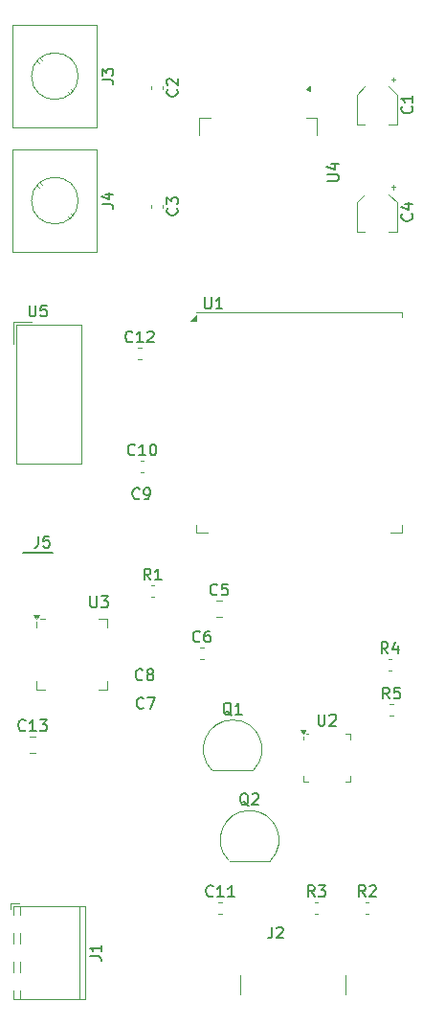
<source format=gbr>
%TF.GenerationSoftware,KiCad,Pcbnew,8.0.4*%
%TF.CreationDate,2025-07-24T11:12:48+05:30*%
%TF.ProjectId,SIH Smart Irrigation System,53494820-536d-4617-9274-204972726967,rev?*%
%TF.SameCoordinates,Original*%
%TF.FileFunction,Legend,Top*%
%TF.FilePolarity,Positive*%
%FSLAX46Y46*%
G04 Gerber Fmt 4.6, Leading zero omitted, Abs format (unit mm)*
G04 Created by KiCad (PCBNEW 8.0.4) date 2025-07-24 11:12:48*
%MOMM*%
%LPD*%
G01*
G04 APERTURE LIST*
%ADD10C,0.150000*%
%ADD11C,0.120000*%
%ADD12C,0.127000*%
G04 APERTURE END LIST*
D10*
X141614819Y-133699333D02*
X142329104Y-133699333D01*
X142329104Y-133699333D02*
X142471961Y-133746952D01*
X142471961Y-133746952D02*
X142567200Y-133842190D01*
X142567200Y-133842190D02*
X142614819Y-133985047D01*
X142614819Y-133985047D02*
X142614819Y-134080285D01*
X142614819Y-132699333D02*
X142614819Y-133270761D01*
X142614819Y-132985047D02*
X141614819Y-132985047D01*
X141614819Y-132985047D02*
X141757676Y-133080285D01*
X141757676Y-133080285D02*
X141852914Y-133175523D01*
X141852914Y-133175523D02*
X141900533Y-133270761D01*
X142664819Y-56239333D02*
X143379104Y-56239333D01*
X143379104Y-56239333D02*
X143521961Y-56286952D01*
X143521961Y-56286952D02*
X143617200Y-56382190D01*
X143617200Y-56382190D02*
X143664819Y-56525047D01*
X143664819Y-56525047D02*
X143664819Y-56620285D01*
X142664819Y-55858380D02*
X142664819Y-55239333D01*
X142664819Y-55239333D02*
X143045771Y-55572666D01*
X143045771Y-55572666D02*
X143045771Y-55429809D01*
X143045771Y-55429809D02*
X143093390Y-55334571D01*
X143093390Y-55334571D02*
X143141009Y-55286952D01*
X143141009Y-55286952D02*
X143236247Y-55239333D01*
X143236247Y-55239333D02*
X143474342Y-55239333D01*
X143474342Y-55239333D02*
X143569580Y-55286952D01*
X143569580Y-55286952D02*
X143617200Y-55334571D01*
X143617200Y-55334571D02*
X143664819Y-55429809D01*
X143664819Y-55429809D02*
X143664819Y-55715523D01*
X143664819Y-55715523D02*
X143617200Y-55810761D01*
X143617200Y-55810761D02*
X143569580Y-55858380D01*
X141638095Y-101860819D02*
X141638095Y-102670342D01*
X141638095Y-102670342D02*
X141685714Y-102765580D01*
X141685714Y-102765580D02*
X141733333Y-102813200D01*
X141733333Y-102813200D02*
X141828571Y-102860819D01*
X141828571Y-102860819D02*
X142019047Y-102860819D01*
X142019047Y-102860819D02*
X142114285Y-102813200D01*
X142114285Y-102813200D02*
X142161904Y-102765580D01*
X142161904Y-102765580D02*
X142209523Y-102670342D01*
X142209523Y-102670342D02*
X142209523Y-101860819D01*
X142590476Y-101860819D02*
X143209523Y-101860819D01*
X143209523Y-101860819D02*
X142876190Y-102241771D01*
X142876190Y-102241771D02*
X143019047Y-102241771D01*
X143019047Y-102241771D02*
X143114285Y-102289390D01*
X143114285Y-102289390D02*
X143161904Y-102337009D01*
X143161904Y-102337009D02*
X143209523Y-102432247D01*
X143209523Y-102432247D02*
X143209523Y-102670342D01*
X143209523Y-102670342D02*
X143161904Y-102765580D01*
X143161904Y-102765580D02*
X143114285Y-102813200D01*
X143114285Y-102813200D02*
X143019047Y-102860819D01*
X143019047Y-102860819D02*
X142733333Y-102860819D01*
X142733333Y-102860819D02*
X142638095Y-102813200D01*
X142638095Y-102813200D02*
X142590476Y-102765580D01*
X145357142Y-79335580D02*
X145309523Y-79383200D01*
X145309523Y-79383200D02*
X145166666Y-79430819D01*
X145166666Y-79430819D02*
X145071428Y-79430819D01*
X145071428Y-79430819D02*
X144928571Y-79383200D01*
X144928571Y-79383200D02*
X144833333Y-79287961D01*
X144833333Y-79287961D02*
X144785714Y-79192723D01*
X144785714Y-79192723D02*
X144738095Y-79002247D01*
X144738095Y-79002247D02*
X144738095Y-78859390D01*
X144738095Y-78859390D02*
X144785714Y-78668914D01*
X144785714Y-78668914D02*
X144833333Y-78573676D01*
X144833333Y-78573676D02*
X144928571Y-78478438D01*
X144928571Y-78478438D02*
X145071428Y-78430819D01*
X145071428Y-78430819D02*
X145166666Y-78430819D01*
X145166666Y-78430819D02*
X145309523Y-78478438D01*
X145309523Y-78478438D02*
X145357142Y-78526057D01*
X146309523Y-79430819D02*
X145738095Y-79430819D01*
X146023809Y-79430819D02*
X146023809Y-78430819D01*
X146023809Y-78430819D02*
X145928571Y-78573676D01*
X145928571Y-78573676D02*
X145833333Y-78668914D01*
X145833333Y-78668914D02*
X145738095Y-78716533D01*
X146690476Y-78526057D02*
X146738095Y-78478438D01*
X146738095Y-78478438D02*
X146833333Y-78430819D01*
X146833333Y-78430819D02*
X147071428Y-78430819D01*
X147071428Y-78430819D02*
X147166666Y-78478438D01*
X147166666Y-78478438D02*
X147214285Y-78526057D01*
X147214285Y-78526057D02*
X147261904Y-78621295D01*
X147261904Y-78621295D02*
X147261904Y-78716533D01*
X147261904Y-78716533D02*
X147214285Y-78859390D01*
X147214285Y-78859390D02*
X146642857Y-79430819D01*
X146642857Y-79430819D02*
X147261904Y-79430819D01*
X151333333Y-105835580D02*
X151285714Y-105883200D01*
X151285714Y-105883200D02*
X151142857Y-105930819D01*
X151142857Y-105930819D02*
X151047619Y-105930819D01*
X151047619Y-105930819D02*
X150904762Y-105883200D01*
X150904762Y-105883200D02*
X150809524Y-105787961D01*
X150809524Y-105787961D02*
X150761905Y-105692723D01*
X150761905Y-105692723D02*
X150714286Y-105502247D01*
X150714286Y-105502247D02*
X150714286Y-105359390D01*
X150714286Y-105359390D02*
X150761905Y-105168914D01*
X150761905Y-105168914D02*
X150809524Y-105073676D01*
X150809524Y-105073676D02*
X150904762Y-104978438D01*
X150904762Y-104978438D02*
X151047619Y-104930819D01*
X151047619Y-104930819D02*
X151142857Y-104930819D01*
X151142857Y-104930819D02*
X151285714Y-104978438D01*
X151285714Y-104978438D02*
X151333333Y-105026057D01*
X152190476Y-104930819D02*
X152000000Y-104930819D01*
X152000000Y-104930819D02*
X151904762Y-104978438D01*
X151904762Y-104978438D02*
X151857143Y-105026057D01*
X151857143Y-105026057D02*
X151761905Y-105168914D01*
X151761905Y-105168914D02*
X151714286Y-105359390D01*
X151714286Y-105359390D02*
X151714286Y-105740342D01*
X151714286Y-105740342D02*
X151761905Y-105835580D01*
X151761905Y-105835580D02*
X151809524Y-105883200D01*
X151809524Y-105883200D02*
X151904762Y-105930819D01*
X151904762Y-105930819D02*
X152095238Y-105930819D01*
X152095238Y-105930819D02*
X152190476Y-105883200D01*
X152190476Y-105883200D02*
X152238095Y-105835580D01*
X152238095Y-105835580D02*
X152285714Y-105740342D01*
X152285714Y-105740342D02*
X152285714Y-105502247D01*
X152285714Y-105502247D02*
X152238095Y-105407009D01*
X152238095Y-105407009D02*
X152190476Y-105359390D01*
X152190476Y-105359390D02*
X152095238Y-105311771D01*
X152095238Y-105311771D02*
X151904762Y-105311771D01*
X151904762Y-105311771D02*
X151809524Y-105359390D01*
X151809524Y-105359390D02*
X151761905Y-105407009D01*
X151761905Y-105407009D02*
X151714286Y-105502247D01*
X142664819Y-67239333D02*
X143379104Y-67239333D01*
X143379104Y-67239333D02*
X143521961Y-67286952D01*
X143521961Y-67286952D02*
X143617200Y-67382190D01*
X143617200Y-67382190D02*
X143664819Y-67525047D01*
X143664819Y-67525047D02*
X143664819Y-67620285D01*
X142998152Y-66334571D02*
X143664819Y-66334571D01*
X142617200Y-66572666D02*
X143331485Y-66810761D01*
X143331485Y-66810761D02*
X143331485Y-66191714D01*
X145582142Y-89335580D02*
X145534523Y-89383200D01*
X145534523Y-89383200D02*
X145391666Y-89430819D01*
X145391666Y-89430819D02*
X145296428Y-89430819D01*
X145296428Y-89430819D02*
X145153571Y-89383200D01*
X145153571Y-89383200D02*
X145058333Y-89287961D01*
X145058333Y-89287961D02*
X145010714Y-89192723D01*
X145010714Y-89192723D02*
X144963095Y-89002247D01*
X144963095Y-89002247D02*
X144963095Y-88859390D01*
X144963095Y-88859390D02*
X145010714Y-88668914D01*
X145010714Y-88668914D02*
X145058333Y-88573676D01*
X145058333Y-88573676D02*
X145153571Y-88478438D01*
X145153571Y-88478438D02*
X145296428Y-88430819D01*
X145296428Y-88430819D02*
X145391666Y-88430819D01*
X145391666Y-88430819D02*
X145534523Y-88478438D01*
X145534523Y-88478438D02*
X145582142Y-88526057D01*
X146534523Y-89430819D02*
X145963095Y-89430819D01*
X146248809Y-89430819D02*
X146248809Y-88430819D01*
X146248809Y-88430819D02*
X146153571Y-88573676D01*
X146153571Y-88573676D02*
X146058333Y-88668914D01*
X146058333Y-88668914D02*
X145963095Y-88716533D01*
X147153571Y-88430819D02*
X147248809Y-88430819D01*
X147248809Y-88430819D02*
X147344047Y-88478438D01*
X147344047Y-88478438D02*
X147391666Y-88526057D01*
X147391666Y-88526057D02*
X147439285Y-88621295D01*
X147439285Y-88621295D02*
X147486904Y-88811771D01*
X147486904Y-88811771D02*
X147486904Y-89049866D01*
X147486904Y-89049866D02*
X147439285Y-89240342D01*
X147439285Y-89240342D02*
X147391666Y-89335580D01*
X147391666Y-89335580D02*
X147344047Y-89383200D01*
X147344047Y-89383200D02*
X147248809Y-89430819D01*
X147248809Y-89430819D02*
X147153571Y-89430819D01*
X147153571Y-89430819D02*
X147058333Y-89383200D01*
X147058333Y-89383200D02*
X147010714Y-89335580D01*
X147010714Y-89335580D02*
X146963095Y-89240342D01*
X146963095Y-89240342D02*
X146915476Y-89049866D01*
X146915476Y-89049866D02*
X146915476Y-88811771D01*
X146915476Y-88811771D02*
X146963095Y-88621295D01*
X146963095Y-88621295D02*
X147010714Y-88526057D01*
X147010714Y-88526057D02*
X147058333Y-88478438D01*
X147058333Y-88478438D02*
X147153571Y-88430819D01*
X149289580Y-57072666D02*
X149337200Y-57120285D01*
X149337200Y-57120285D02*
X149384819Y-57263142D01*
X149384819Y-57263142D02*
X149384819Y-57358380D01*
X149384819Y-57358380D02*
X149337200Y-57501237D01*
X149337200Y-57501237D02*
X149241961Y-57596475D01*
X149241961Y-57596475D02*
X149146723Y-57644094D01*
X149146723Y-57644094D02*
X148956247Y-57691713D01*
X148956247Y-57691713D02*
X148813390Y-57691713D01*
X148813390Y-57691713D02*
X148622914Y-57644094D01*
X148622914Y-57644094D02*
X148527676Y-57596475D01*
X148527676Y-57596475D02*
X148432438Y-57501237D01*
X148432438Y-57501237D02*
X148384819Y-57358380D01*
X148384819Y-57358380D02*
X148384819Y-57263142D01*
X148384819Y-57263142D02*
X148432438Y-57120285D01*
X148432438Y-57120285D02*
X148480057Y-57072666D01*
X148480057Y-56691713D02*
X148432438Y-56644094D01*
X148432438Y-56644094D02*
X148384819Y-56548856D01*
X148384819Y-56548856D02*
X148384819Y-56310761D01*
X148384819Y-56310761D02*
X148432438Y-56215523D01*
X148432438Y-56215523D02*
X148480057Y-56167904D01*
X148480057Y-56167904D02*
X148575295Y-56120285D01*
X148575295Y-56120285D02*
X148670533Y-56120285D01*
X148670533Y-56120285D02*
X148813390Y-56167904D01*
X148813390Y-56167904D02*
X149384819Y-56739332D01*
X149384819Y-56739332D02*
X149384819Y-56120285D01*
X170059580Y-68072666D02*
X170107200Y-68120285D01*
X170107200Y-68120285D02*
X170154819Y-68263142D01*
X170154819Y-68263142D02*
X170154819Y-68358380D01*
X170154819Y-68358380D02*
X170107200Y-68501237D01*
X170107200Y-68501237D02*
X170011961Y-68596475D01*
X170011961Y-68596475D02*
X169916723Y-68644094D01*
X169916723Y-68644094D02*
X169726247Y-68691713D01*
X169726247Y-68691713D02*
X169583390Y-68691713D01*
X169583390Y-68691713D02*
X169392914Y-68644094D01*
X169392914Y-68644094D02*
X169297676Y-68596475D01*
X169297676Y-68596475D02*
X169202438Y-68501237D01*
X169202438Y-68501237D02*
X169154819Y-68358380D01*
X169154819Y-68358380D02*
X169154819Y-68263142D01*
X169154819Y-68263142D02*
X169202438Y-68120285D01*
X169202438Y-68120285D02*
X169250057Y-68072666D01*
X169488152Y-67215523D02*
X170154819Y-67215523D01*
X169107200Y-67453618D02*
X169821485Y-67691713D01*
X169821485Y-67691713D02*
X169821485Y-67072666D01*
X136238095Y-76148319D02*
X136238095Y-76957842D01*
X136238095Y-76957842D02*
X136285714Y-77053080D01*
X136285714Y-77053080D02*
X136333333Y-77100700D01*
X136333333Y-77100700D02*
X136428571Y-77148319D01*
X136428571Y-77148319D02*
X136619047Y-77148319D01*
X136619047Y-77148319D02*
X136714285Y-77100700D01*
X136714285Y-77100700D02*
X136761904Y-77053080D01*
X136761904Y-77053080D02*
X136809523Y-76957842D01*
X136809523Y-76957842D02*
X136809523Y-76148319D01*
X137761904Y-76148319D02*
X137285714Y-76148319D01*
X137285714Y-76148319D02*
X137238095Y-76624509D01*
X137238095Y-76624509D02*
X137285714Y-76576890D01*
X137285714Y-76576890D02*
X137380952Y-76529271D01*
X137380952Y-76529271D02*
X137619047Y-76529271D01*
X137619047Y-76529271D02*
X137714285Y-76576890D01*
X137714285Y-76576890D02*
X137761904Y-76624509D01*
X137761904Y-76624509D02*
X137809523Y-76719747D01*
X137809523Y-76719747D02*
X137809523Y-76957842D01*
X137809523Y-76957842D02*
X137761904Y-77053080D01*
X137761904Y-77053080D02*
X137714285Y-77100700D01*
X137714285Y-77100700D02*
X137619047Y-77148319D01*
X137619047Y-77148319D02*
X137380952Y-77148319D01*
X137380952Y-77148319D02*
X137285714Y-77100700D01*
X137285714Y-77100700D02*
X137238095Y-77053080D01*
X152494642Y-128335580D02*
X152447023Y-128383200D01*
X152447023Y-128383200D02*
X152304166Y-128430819D01*
X152304166Y-128430819D02*
X152208928Y-128430819D01*
X152208928Y-128430819D02*
X152066071Y-128383200D01*
X152066071Y-128383200D02*
X151970833Y-128287961D01*
X151970833Y-128287961D02*
X151923214Y-128192723D01*
X151923214Y-128192723D02*
X151875595Y-128002247D01*
X151875595Y-128002247D02*
X151875595Y-127859390D01*
X151875595Y-127859390D02*
X151923214Y-127668914D01*
X151923214Y-127668914D02*
X151970833Y-127573676D01*
X151970833Y-127573676D02*
X152066071Y-127478438D01*
X152066071Y-127478438D02*
X152208928Y-127430819D01*
X152208928Y-127430819D02*
X152304166Y-127430819D01*
X152304166Y-127430819D02*
X152447023Y-127478438D01*
X152447023Y-127478438D02*
X152494642Y-127526057D01*
X153447023Y-128430819D02*
X152875595Y-128430819D01*
X153161309Y-128430819D02*
X153161309Y-127430819D01*
X153161309Y-127430819D02*
X153066071Y-127573676D01*
X153066071Y-127573676D02*
X152970833Y-127668914D01*
X152970833Y-127668914D02*
X152875595Y-127716533D01*
X154399404Y-128430819D02*
X153827976Y-128430819D01*
X154113690Y-128430819D02*
X154113690Y-127430819D01*
X154113690Y-127430819D02*
X154018452Y-127573676D01*
X154018452Y-127573676D02*
X153923214Y-127668914D01*
X153923214Y-127668914D02*
X153827976Y-127716533D01*
X170059580Y-58572666D02*
X170107200Y-58620285D01*
X170107200Y-58620285D02*
X170154819Y-58763142D01*
X170154819Y-58763142D02*
X170154819Y-58858380D01*
X170154819Y-58858380D02*
X170107200Y-59001237D01*
X170107200Y-59001237D02*
X170011961Y-59096475D01*
X170011961Y-59096475D02*
X169916723Y-59144094D01*
X169916723Y-59144094D02*
X169726247Y-59191713D01*
X169726247Y-59191713D02*
X169583390Y-59191713D01*
X169583390Y-59191713D02*
X169392914Y-59144094D01*
X169392914Y-59144094D02*
X169297676Y-59096475D01*
X169297676Y-59096475D02*
X169202438Y-59001237D01*
X169202438Y-59001237D02*
X169154819Y-58858380D01*
X169154819Y-58858380D02*
X169154819Y-58763142D01*
X169154819Y-58763142D02*
X169202438Y-58620285D01*
X169202438Y-58620285D02*
X169250057Y-58572666D01*
X170154819Y-57620285D02*
X170154819Y-58191713D01*
X170154819Y-57905999D02*
X169154819Y-57905999D01*
X169154819Y-57905999D02*
X169297676Y-58001237D01*
X169297676Y-58001237D02*
X169392914Y-58096475D01*
X169392914Y-58096475D02*
X169440533Y-58191713D01*
X168108333Y-110930819D02*
X167775000Y-110454628D01*
X167536905Y-110930819D02*
X167536905Y-109930819D01*
X167536905Y-109930819D02*
X167917857Y-109930819D01*
X167917857Y-109930819D02*
X168013095Y-109978438D01*
X168013095Y-109978438D02*
X168060714Y-110026057D01*
X168060714Y-110026057D02*
X168108333Y-110121295D01*
X168108333Y-110121295D02*
X168108333Y-110264152D01*
X168108333Y-110264152D02*
X168060714Y-110359390D01*
X168060714Y-110359390D02*
X168013095Y-110407009D01*
X168013095Y-110407009D02*
X167917857Y-110454628D01*
X167917857Y-110454628D02*
X167536905Y-110454628D01*
X169013095Y-109930819D02*
X168536905Y-109930819D01*
X168536905Y-109930819D02*
X168489286Y-110407009D01*
X168489286Y-110407009D02*
X168536905Y-110359390D01*
X168536905Y-110359390D02*
X168632143Y-110311771D01*
X168632143Y-110311771D02*
X168870238Y-110311771D01*
X168870238Y-110311771D02*
X168965476Y-110359390D01*
X168965476Y-110359390D02*
X169013095Y-110407009D01*
X169013095Y-110407009D02*
X169060714Y-110502247D01*
X169060714Y-110502247D02*
X169060714Y-110740342D01*
X169060714Y-110740342D02*
X169013095Y-110835580D01*
X169013095Y-110835580D02*
X168965476Y-110883200D01*
X168965476Y-110883200D02*
X168870238Y-110930819D01*
X168870238Y-110930819D02*
X168632143Y-110930819D01*
X168632143Y-110930819D02*
X168536905Y-110883200D01*
X168536905Y-110883200D02*
X168489286Y-110835580D01*
X152870833Y-101685580D02*
X152823214Y-101733200D01*
X152823214Y-101733200D02*
X152680357Y-101780819D01*
X152680357Y-101780819D02*
X152585119Y-101780819D01*
X152585119Y-101780819D02*
X152442262Y-101733200D01*
X152442262Y-101733200D02*
X152347024Y-101637961D01*
X152347024Y-101637961D02*
X152299405Y-101542723D01*
X152299405Y-101542723D02*
X152251786Y-101352247D01*
X152251786Y-101352247D02*
X152251786Y-101209390D01*
X152251786Y-101209390D02*
X152299405Y-101018914D01*
X152299405Y-101018914D02*
X152347024Y-100923676D01*
X152347024Y-100923676D02*
X152442262Y-100828438D01*
X152442262Y-100828438D02*
X152585119Y-100780819D01*
X152585119Y-100780819D02*
X152680357Y-100780819D01*
X152680357Y-100780819D02*
X152823214Y-100828438D01*
X152823214Y-100828438D02*
X152870833Y-100876057D01*
X153775595Y-100780819D02*
X153299405Y-100780819D01*
X153299405Y-100780819D02*
X153251786Y-101257009D01*
X153251786Y-101257009D02*
X153299405Y-101209390D01*
X153299405Y-101209390D02*
X153394643Y-101161771D01*
X153394643Y-101161771D02*
X153632738Y-101161771D01*
X153632738Y-101161771D02*
X153727976Y-101209390D01*
X153727976Y-101209390D02*
X153775595Y-101257009D01*
X153775595Y-101257009D02*
X153823214Y-101352247D01*
X153823214Y-101352247D02*
X153823214Y-101590342D01*
X153823214Y-101590342D02*
X153775595Y-101685580D01*
X153775595Y-101685580D02*
X153727976Y-101733200D01*
X153727976Y-101733200D02*
X153632738Y-101780819D01*
X153632738Y-101780819D02*
X153394643Y-101780819D01*
X153394643Y-101780819D02*
X153299405Y-101733200D01*
X153299405Y-101733200D02*
X153251786Y-101685580D01*
X135894642Y-113685580D02*
X135847023Y-113733200D01*
X135847023Y-113733200D02*
X135704166Y-113780819D01*
X135704166Y-113780819D02*
X135608928Y-113780819D01*
X135608928Y-113780819D02*
X135466071Y-113733200D01*
X135466071Y-113733200D02*
X135370833Y-113637961D01*
X135370833Y-113637961D02*
X135323214Y-113542723D01*
X135323214Y-113542723D02*
X135275595Y-113352247D01*
X135275595Y-113352247D02*
X135275595Y-113209390D01*
X135275595Y-113209390D02*
X135323214Y-113018914D01*
X135323214Y-113018914D02*
X135370833Y-112923676D01*
X135370833Y-112923676D02*
X135466071Y-112828438D01*
X135466071Y-112828438D02*
X135608928Y-112780819D01*
X135608928Y-112780819D02*
X135704166Y-112780819D01*
X135704166Y-112780819D02*
X135847023Y-112828438D01*
X135847023Y-112828438D02*
X135894642Y-112876057D01*
X136847023Y-113780819D02*
X136275595Y-113780819D01*
X136561309Y-113780819D02*
X136561309Y-112780819D01*
X136561309Y-112780819D02*
X136466071Y-112923676D01*
X136466071Y-112923676D02*
X136370833Y-113018914D01*
X136370833Y-113018914D02*
X136275595Y-113066533D01*
X137180357Y-112780819D02*
X137799404Y-112780819D01*
X137799404Y-112780819D02*
X137466071Y-113161771D01*
X137466071Y-113161771D02*
X137608928Y-113161771D01*
X137608928Y-113161771D02*
X137704166Y-113209390D01*
X137704166Y-113209390D02*
X137751785Y-113257009D01*
X137751785Y-113257009D02*
X137799404Y-113352247D01*
X137799404Y-113352247D02*
X137799404Y-113590342D01*
X137799404Y-113590342D02*
X137751785Y-113685580D01*
X137751785Y-113685580D02*
X137704166Y-113733200D01*
X137704166Y-113733200D02*
X137608928Y-113780819D01*
X137608928Y-113780819D02*
X137323214Y-113780819D01*
X137323214Y-113780819D02*
X137227976Y-113733200D01*
X137227976Y-113733200D02*
X137180357Y-113685580D01*
X162604819Y-65167904D02*
X163414342Y-65167904D01*
X163414342Y-65167904D02*
X163509580Y-65120285D01*
X163509580Y-65120285D02*
X163557200Y-65072666D01*
X163557200Y-65072666D02*
X163604819Y-64977428D01*
X163604819Y-64977428D02*
X163604819Y-64786952D01*
X163604819Y-64786952D02*
X163557200Y-64691714D01*
X163557200Y-64691714D02*
X163509580Y-64644095D01*
X163509580Y-64644095D02*
X163414342Y-64596476D01*
X163414342Y-64596476D02*
X162604819Y-64596476D01*
X162938152Y-63691714D02*
X163604819Y-63691714D01*
X162557200Y-63929809D02*
X163271485Y-64167904D01*
X163271485Y-64167904D02*
X163271485Y-63548857D01*
X145990833Y-93215580D02*
X145943214Y-93263200D01*
X145943214Y-93263200D02*
X145800357Y-93310819D01*
X145800357Y-93310819D02*
X145705119Y-93310819D01*
X145705119Y-93310819D02*
X145562262Y-93263200D01*
X145562262Y-93263200D02*
X145467024Y-93167961D01*
X145467024Y-93167961D02*
X145419405Y-93072723D01*
X145419405Y-93072723D02*
X145371786Y-92882247D01*
X145371786Y-92882247D02*
X145371786Y-92739390D01*
X145371786Y-92739390D02*
X145419405Y-92548914D01*
X145419405Y-92548914D02*
X145467024Y-92453676D01*
X145467024Y-92453676D02*
X145562262Y-92358438D01*
X145562262Y-92358438D02*
X145705119Y-92310819D01*
X145705119Y-92310819D02*
X145800357Y-92310819D01*
X145800357Y-92310819D02*
X145943214Y-92358438D01*
X145943214Y-92358438D02*
X145990833Y-92406057D01*
X146467024Y-93310819D02*
X146657500Y-93310819D01*
X146657500Y-93310819D02*
X146752738Y-93263200D01*
X146752738Y-93263200D02*
X146800357Y-93215580D01*
X146800357Y-93215580D02*
X146895595Y-93072723D01*
X146895595Y-93072723D02*
X146943214Y-92882247D01*
X146943214Y-92882247D02*
X146943214Y-92501295D01*
X146943214Y-92501295D02*
X146895595Y-92406057D01*
X146895595Y-92406057D02*
X146847976Y-92358438D01*
X146847976Y-92358438D02*
X146752738Y-92310819D01*
X146752738Y-92310819D02*
X146562262Y-92310819D01*
X146562262Y-92310819D02*
X146467024Y-92358438D01*
X146467024Y-92358438D02*
X146419405Y-92406057D01*
X146419405Y-92406057D02*
X146371786Y-92501295D01*
X146371786Y-92501295D02*
X146371786Y-92739390D01*
X146371786Y-92739390D02*
X146419405Y-92834628D01*
X146419405Y-92834628D02*
X146467024Y-92882247D01*
X146467024Y-92882247D02*
X146562262Y-92929866D01*
X146562262Y-92929866D02*
X146752738Y-92929866D01*
X146752738Y-92929866D02*
X146847976Y-92882247D01*
X146847976Y-92882247D02*
X146895595Y-92834628D01*
X146895595Y-92834628D02*
X146943214Y-92739390D01*
X157712066Y-131099619D02*
X157712066Y-131813904D01*
X157712066Y-131813904D02*
X157664447Y-131956761D01*
X157664447Y-131956761D02*
X157569209Y-132052000D01*
X157569209Y-132052000D02*
X157426352Y-132099619D01*
X157426352Y-132099619D02*
X157331114Y-132099619D01*
X158140638Y-131194857D02*
X158188257Y-131147238D01*
X158188257Y-131147238D02*
X158283495Y-131099619D01*
X158283495Y-131099619D02*
X158521590Y-131099619D01*
X158521590Y-131099619D02*
X158616828Y-131147238D01*
X158616828Y-131147238D02*
X158664447Y-131194857D01*
X158664447Y-131194857D02*
X158712066Y-131290095D01*
X158712066Y-131290095D02*
X158712066Y-131385333D01*
X158712066Y-131385333D02*
X158664447Y-131528190D01*
X158664447Y-131528190D02*
X158093019Y-132099619D01*
X158093019Y-132099619D02*
X158712066Y-132099619D01*
X146333333Y-111715580D02*
X146285714Y-111763200D01*
X146285714Y-111763200D02*
X146142857Y-111810819D01*
X146142857Y-111810819D02*
X146047619Y-111810819D01*
X146047619Y-111810819D02*
X145904762Y-111763200D01*
X145904762Y-111763200D02*
X145809524Y-111667961D01*
X145809524Y-111667961D02*
X145761905Y-111572723D01*
X145761905Y-111572723D02*
X145714286Y-111382247D01*
X145714286Y-111382247D02*
X145714286Y-111239390D01*
X145714286Y-111239390D02*
X145761905Y-111048914D01*
X145761905Y-111048914D02*
X145809524Y-110953676D01*
X145809524Y-110953676D02*
X145904762Y-110858438D01*
X145904762Y-110858438D02*
X146047619Y-110810819D01*
X146047619Y-110810819D02*
X146142857Y-110810819D01*
X146142857Y-110810819D02*
X146285714Y-110858438D01*
X146285714Y-110858438D02*
X146333333Y-110906057D01*
X146666667Y-110810819D02*
X147333333Y-110810819D01*
X147333333Y-110810819D02*
X146904762Y-111810819D01*
X161470833Y-128430819D02*
X161137500Y-127954628D01*
X160899405Y-128430819D02*
X160899405Y-127430819D01*
X160899405Y-127430819D02*
X161280357Y-127430819D01*
X161280357Y-127430819D02*
X161375595Y-127478438D01*
X161375595Y-127478438D02*
X161423214Y-127526057D01*
X161423214Y-127526057D02*
X161470833Y-127621295D01*
X161470833Y-127621295D02*
X161470833Y-127764152D01*
X161470833Y-127764152D02*
X161423214Y-127859390D01*
X161423214Y-127859390D02*
X161375595Y-127907009D01*
X161375595Y-127907009D02*
X161280357Y-127954628D01*
X161280357Y-127954628D02*
X160899405Y-127954628D01*
X161804167Y-127430819D02*
X162423214Y-127430819D01*
X162423214Y-127430819D02*
X162089881Y-127811771D01*
X162089881Y-127811771D02*
X162232738Y-127811771D01*
X162232738Y-127811771D02*
X162327976Y-127859390D01*
X162327976Y-127859390D02*
X162375595Y-127907009D01*
X162375595Y-127907009D02*
X162423214Y-128002247D01*
X162423214Y-128002247D02*
X162423214Y-128240342D01*
X162423214Y-128240342D02*
X162375595Y-128335580D01*
X162375595Y-128335580D02*
X162327976Y-128383200D01*
X162327976Y-128383200D02*
X162232738Y-128430819D01*
X162232738Y-128430819D02*
X161947024Y-128430819D01*
X161947024Y-128430819D02*
X161851786Y-128383200D01*
X161851786Y-128383200D02*
X161804167Y-128335580D01*
X146265833Y-109215580D02*
X146218214Y-109263200D01*
X146218214Y-109263200D02*
X146075357Y-109310819D01*
X146075357Y-109310819D02*
X145980119Y-109310819D01*
X145980119Y-109310819D02*
X145837262Y-109263200D01*
X145837262Y-109263200D02*
X145742024Y-109167961D01*
X145742024Y-109167961D02*
X145694405Y-109072723D01*
X145694405Y-109072723D02*
X145646786Y-108882247D01*
X145646786Y-108882247D02*
X145646786Y-108739390D01*
X145646786Y-108739390D02*
X145694405Y-108548914D01*
X145694405Y-108548914D02*
X145742024Y-108453676D01*
X145742024Y-108453676D02*
X145837262Y-108358438D01*
X145837262Y-108358438D02*
X145980119Y-108310819D01*
X145980119Y-108310819D02*
X146075357Y-108310819D01*
X146075357Y-108310819D02*
X146218214Y-108358438D01*
X146218214Y-108358438D02*
X146265833Y-108406057D01*
X146837262Y-108739390D02*
X146742024Y-108691771D01*
X146742024Y-108691771D02*
X146694405Y-108644152D01*
X146694405Y-108644152D02*
X146646786Y-108548914D01*
X146646786Y-108548914D02*
X146646786Y-108501295D01*
X146646786Y-108501295D02*
X146694405Y-108406057D01*
X146694405Y-108406057D02*
X146742024Y-108358438D01*
X146742024Y-108358438D02*
X146837262Y-108310819D01*
X146837262Y-108310819D02*
X147027738Y-108310819D01*
X147027738Y-108310819D02*
X147122976Y-108358438D01*
X147122976Y-108358438D02*
X147170595Y-108406057D01*
X147170595Y-108406057D02*
X147218214Y-108501295D01*
X147218214Y-108501295D02*
X147218214Y-108548914D01*
X147218214Y-108548914D02*
X147170595Y-108644152D01*
X147170595Y-108644152D02*
X147122976Y-108691771D01*
X147122976Y-108691771D02*
X147027738Y-108739390D01*
X147027738Y-108739390D02*
X146837262Y-108739390D01*
X146837262Y-108739390D02*
X146742024Y-108787009D01*
X146742024Y-108787009D02*
X146694405Y-108834628D01*
X146694405Y-108834628D02*
X146646786Y-108929866D01*
X146646786Y-108929866D02*
X146646786Y-109120342D01*
X146646786Y-109120342D02*
X146694405Y-109215580D01*
X146694405Y-109215580D02*
X146742024Y-109263200D01*
X146742024Y-109263200D02*
X146837262Y-109310819D01*
X146837262Y-109310819D02*
X147027738Y-109310819D01*
X147027738Y-109310819D02*
X147122976Y-109263200D01*
X147122976Y-109263200D02*
X147170595Y-109215580D01*
X147170595Y-109215580D02*
X147218214Y-109120342D01*
X147218214Y-109120342D02*
X147218214Y-108929866D01*
X147218214Y-108929866D02*
X147170595Y-108834628D01*
X147170595Y-108834628D02*
X147122976Y-108787009D01*
X147122976Y-108787009D02*
X147027738Y-108739390D01*
X167970833Y-106930819D02*
X167637500Y-106454628D01*
X167399405Y-106930819D02*
X167399405Y-105930819D01*
X167399405Y-105930819D02*
X167780357Y-105930819D01*
X167780357Y-105930819D02*
X167875595Y-105978438D01*
X167875595Y-105978438D02*
X167923214Y-106026057D01*
X167923214Y-106026057D02*
X167970833Y-106121295D01*
X167970833Y-106121295D02*
X167970833Y-106264152D01*
X167970833Y-106264152D02*
X167923214Y-106359390D01*
X167923214Y-106359390D02*
X167875595Y-106407009D01*
X167875595Y-106407009D02*
X167780357Y-106454628D01*
X167780357Y-106454628D02*
X167399405Y-106454628D01*
X168827976Y-106264152D02*
X168827976Y-106930819D01*
X168589881Y-105883200D02*
X168351786Y-106597485D01*
X168351786Y-106597485D02*
X168970833Y-106597485D01*
X161800595Y-112310819D02*
X161800595Y-113120342D01*
X161800595Y-113120342D02*
X161848214Y-113215580D01*
X161848214Y-113215580D02*
X161895833Y-113263200D01*
X161895833Y-113263200D02*
X161991071Y-113310819D01*
X161991071Y-113310819D02*
X162181547Y-113310819D01*
X162181547Y-113310819D02*
X162276785Y-113263200D01*
X162276785Y-113263200D02*
X162324404Y-113215580D01*
X162324404Y-113215580D02*
X162372023Y-113120342D01*
X162372023Y-113120342D02*
X162372023Y-112310819D01*
X162800595Y-112406057D02*
X162848214Y-112358438D01*
X162848214Y-112358438D02*
X162943452Y-112310819D01*
X162943452Y-112310819D02*
X163181547Y-112310819D01*
X163181547Y-112310819D02*
X163276785Y-112358438D01*
X163276785Y-112358438D02*
X163324404Y-112406057D01*
X163324404Y-112406057D02*
X163372023Y-112501295D01*
X163372023Y-112501295D02*
X163372023Y-112596533D01*
X163372023Y-112596533D02*
X163324404Y-112739390D01*
X163324404Y-112739390D02*
X162752976Y-113310819D01*
X162752976Y-113310819D02*
X163372023Y-113310819D01*
X154134761Y-112396057D02*
X154039523Y-112348438D01*
X154039523Y-112348438D02*
X153944285Y-112253200D01*
X153944285Y-112253200D02*
X153801428Y-112110342D01*
X153801428Y-112110342D02*
X153706190Y-112062723D01*
X153706190Y-112062723D02*
X153610952Y-112062723D01*
X153658571Y-112300819D02*
X153563333Y-112253200D01*
X153563333Y-112253200D02*
X153468095Y-112157961D01*
X153468095Y-112157961D02*
X153420476Y-111967485D01*
X153420476Y-111967485D02*
X153420476Y-111634152D01*
X153420476Y-111634152D02*
X153468095Y-111443676D01*
X153468095Y-111443676D02*
X153563333Y-111348438D01*
X153563333Y-111348438D02*
X153658571Y-111300819D01*
X153658571Y-111300819D02*
X153849047Y-111300819D01*
X153849047Y-111300819D02*
X153944285Y-111348438D01*
X153944285Y-111348438D02*
X154039523Y-111443676D01*
X154039523Y-111443676D02*
X154087142Y-111634152D01*
X154087142Y-111634152D02*
X154087142Y-111967485D01*
X154087142Y-111967485D02*
X154039523Y-112157961D01*
X154039523Y-112157961D02*
X153944285Y-112253200D01*
X153944285Y-112253200D02*
X153849047Y-112300819D01*
X153849047Y-112300819D02*
X153658571Y-112300819D01*
X155039523Y-112300819D02*
X154468095Y-112300819D01*
X154753809Y-112300819D02*
X154753809Y-111300819D01*
X154753809Y-111300819D02*
X154658571Y-111443676D01*
X154658571Y-111443676D02*
X154563333Y-111538914D01*
X154563333Y-111538914D02*
X154468095Y-111586533D01*
X137037626Y-96570359D02*
X137037626Y-97285449D01*
X137037626Y-97285449D02*
X136989953Y-97428467D01*
X136989953Y-97428467D02*
X136894608Y-97523813D01*
X136894608Y-97523813D02*
X136751590Y-97571485D01*
X136751590Y-97571485D02*
X136656245Y-97571485D01*
X137991080Y-96570359D02*
X137514353Y-96570359D01*
X137514353Y-96570359D02*
X137466680Y-97047086D01*
X137466680Y-97047086D02*
X137514353Y-96999413D01*
X137514353Y-96999413D02*
X137609698Y-96951741D01*
X137609698Y-96951741D02*
X137848062Y-96951741D01*
X137848062Y-96951741D02*
X137943407Y-96999413D01*
X137943407Y-96999413D02*
X137991080Y-97047086D01*
X137991080Y-97047086D02*
X138038752Y-97142431D01*
X138038752Y-97142431D02*
X138038752Y-97380795D01*
X138038752Y-97380795D02*
X137991080Y-97476140D01*
X137991080Y-97476140D02*
X137943407Y-97523813D01*
X137943407Y-97523813D02*
X137848062Y-97571485D01*
X137848062Y-97571485D02*
X137609698Y-97571485D01*
X137609698Y-97571485D02*
X137514353Y-97523813D01*
X137514353Y-97523813D02*
X137466680Y-97476140D01*
X151758095Y-75450819D02*
X151758095Y-76260342D01*
X151758095Y-76260342D02*
X151805714Y-76355580D01*
X151805714Y-76355580D02*
X151853333Y-76403200D01*
X151853333Y-76403200D02*
X151948571Y-76450819D01*
X151948571Y-76450819D02*
X152139047Y-76450819D01*
X152139047Y-76450819D02*
X152234285Y-76403200D01*
X152234285Y-76403200D02*
X152281904Y-76355580D01*
X152281904Y-76355580D02*
X152329523Y-76260342D01*
X152329523Y-76260342D02*
X152329523Y-75450819D01*
X153329523Y-76450819D02*
X152758095Y-76450819D01*
X153043809Y-76450819D02*
X153043809Y-75450819D01*
X153043809Y-75450819D02*
X152948571Y-75593676D01*
X152948571Y-75593676D02*
X152853333Y-75688914D01*
X152853333Y-75688914D02*
X152758095Y-75736533D01*
X165970833Y-128430819D02*
X165637500Y-127954628D01*
X165399405Y-128430819D02*
X165399405Y-127430819D01*
X165399405Y-127430819D02*
X165780357Y-127430819D01*
X165780357Y-127430819D02*
X165875595Y-127478438D01*
X165875595Y-127478438D02*
X165923214Y-127526057D01*
X165923214Y-127526057D02*
X165970833Y-127621295D01*
X165970833Y-127621295D02*
X165970833Y-127764152D01*
X165970833Y-127764152D02*
X165923214Y-127859390D01*
X165923214Y-127859390D02*
X165875595Y-127907009D01*
X165875595Y-127907009D02*
X165780357Y-127954628D01*
X165780357Y-127954628D02*
X165399405Y-127954628D01*
X166351786Y-127526057D02*
X166399405Y-127478438D01*
X166399405Y-127478438D02*
X166494643Y-127430819D01*
X166494643Y-127430819D02*
X166732738Y-127430819D01*
X166732738Y-127430819D02*
X166827976Y-127478438D01*
X166827976Y-127478438D02*
X166875595Y-127526057D01*
X166875595Y-127526057D02*
X166923214Y-127621295D01*
X166923214Y-127621295D02*
X166923214Y-127716533D01*
X166923214Y-127716533D02*
X166875595Y-127859390D01*
X166875595Y-127859390D02*
X166304167Y-128430819D01*
X166304167Y-128430819D02*
X166923214Y-128430819D01*
X146970833Y-100430819D02*
X146637500Y-99954628D01*
X146399405Y-100430819D02*
X146399405Y-99430819D01*
X146399405Y-99430819D02*
X146780357Y-99430819D01*
X146780357Y-99430819D02*
X146875595Y-99478438D01*
X146875595Y-99478438D02*
X146923214Y-99526057D01*
X146923214Y-99526057D02*
X146970833Y-99621295D01*
X146970833Y-99621295D02*
X146970833Y-99764152D01*
X146970833Y-99764152D02*
X146923214Y-99859390D01*
X146923214Y-99859390D02*
X146875595Y-99907009D01*
X146875595Y-99907009D02*
X146780357Y-99954628D01*
X146780357Y-99954628D02*
X146399405Y-99954628D01*
X147923214Y-100430819D02*
X147351786Y-100430819D01*
X147637500Y-100430819D02*
X147637500Y-99430819D01*
X147637500Y-99430819D02*
X147542262Y-99573676D01*
X147542262Y-99573676D02*
X147447024Y-99668914D01*
X147447024Y-99668914D02*
X147351786Y-99716533D01*
X155634761Y-120396057D02*
X155539523Y-120348438D01*
X155539523Y-120348438D02*
X155444285Y-120253200D01*
X155444285Y-120253200D02*
X155301428Y-120110342D01*
X155301428Y-120110342D02*
X155206190Y-120062723D01*
X155206190Y-120062723D02*
X155110952Y-120062723D01*
X155158571Y-120300819D02*
X155063333Y-120253200D01*
X155063333Y-120253200D02*
X154968095Y-120157961D01*
X154968095Y-120157961D02*
X154920476Y-119967485D01*
X154920476Y-119967485D02*
X154920476Y-119634152D01*
X154920476Y-119634152D02*
X154968095Y-119443676D01*
X154968095Y-119443676D02*
X155063333Y-119348438D01*
X155063333Y-119348438D02*
X155158571Y-119300819D01*
X155158571Y-119300819D02*
X155349047Y-119300819D01*
X155349047Y-119300819D02*
X155444285Y-119348438D01*
X155444285Y-119348438D02*
X155539523Y-119443676D01*
X155539523Y-119443676D02*
X155587142Y-119634152D01*
X155587142Y-119634152D02*
X155587142Y-119967485D01*
X155587142Y-119967485D02*
X155539523Y-120157961D01*
X155539523Y-120157961D02*
X155444285Y-120253200D01*
X155444285Y-120253200D02*
X155349047Y-120300819D01*
X155349047Y-120300819D02*
X155158571Y-120300819D01*
X155968095Y-119396057D02*
X156015714Y-119348438D01*
X156015714Y-119348438D02*
X156110952Y-119300819D01*
X156110952Y-119300819D02*
X156349047Y-119300819D01*
X156349047Y-119300819D02*
X156444285Y-119348438D01*
X156444285Y-119348438D02*
X156491904Y-119396057D01*
X156491904Y-119396057D02*
X156539523Y-119491295D01*
X156539523Y-119491295D02*
X156539523Y-119586533D01*
X156539523Y-119586533D02*
X156491904Y-119729390D01*
X156491904Y-119729390D02*
X155920476Y-120300819D01*
X155920476Y-120300819D02*
X156539523Y-120300819D01*
X149289580Y-67572666D02*
X149337200Y-67620285D01*
X149337200Y-67620285D02*
X149384819Y-67763142D01*
X149384819Y-67763142D02*
X149384819Y-67858380D01*
X149384819Y-67858380D02*
X149337200Y-68001237D01*
X149337200Y-68001237D02*
X149241961Y-68096475D01*
X149241961Y-68096475D02*
X149146723Y-68144094D01*
X149146723Y-68144094D02*
X148956247Y-68191713D01*
X148956247Y-68191713D02*
X148813390Y-68191713D01*
X148813390Y-68191713D02*
X148622914Y-68144094D01*
X148622914Y-68144094D02*
X148527676Y-68096475D01*
X148527676Y-68096475D02*
X148432438Y-68001237D01*
X148432438Y-68001237D02*
X148384819Y-67858380D01*
X148384819Y-67858380D02*
X148384819Y-67763142D01*
X148384819Y-67763142D02*
X148432438Y-67620285D01*
X148432438Y-67620285D02*
X148480057Y-67572666D01*
X148384819Y-67239332D02*
X148384819Y-66620285D01*
X148384819Y-66620285D02*
X148765771Y-66953618D01*
X148765771Y-66953618D02*
X148765771Y-66810761D01*
X148765771Y-66810761D02*
X148813390Y-66715523D01*
X148813390Y-66715523D02*
X148861009Y-66667904D01*
X148861009Y-66667904D02*
X148956247Y-66620285D01*
X148956247Y-66620285D02*
X149194342Y-66620285D01*
X149194342Y-66620285D02*
X149289580Y-66667904D01*
X149289580Y-66667904D02*
X149337200Y-66715523D01*
X149337200Y-66715523D02*
X149384819Y-66810761D01*
X149384819Y-66810761D02*
X149384819Y-67096475D01*
X149384819Y-67096475D02*
X149337200Y-67191713D01*
X149337200Y-67191713D02*
X149289580Y-67239332D01*
D11*
%TO.C,J1*%
X134600000Y-129026000D02*
X134600000Y-129526000D01*
X134840000Y-129266000D02*
X134840000Y-130036000D01*
X134840000Y-131616000D02*
X134840000Y-132576000D01*
X134840000Y-134156000D02*
X134840000Y-135116000D01*
X134840000Y-136696000D02*
X134840000Y-137466000D01*
X135340000Y-129026000D02*
X134600000Y-129026000D01*
X135400000Y-129266000D02*
X135400000Y-130036000D01*
X135400000Y-131616000D02*
X135400000Y-132576000D01*
X135400000Y-134156000D02*
X135400000Y-135116000D01*
X135400000Y-136696000D02*
X135400000Y-137466000D01*
X140700000Y-129266000D02*
X140700000Y-137466000D01*
X141160000Y-129266000D02*
X134840000Y-129266000D01*
X141160000Y-129266000D02*
X141160000Y-137466000D01*
X141160000Y-137466000D02*
X134840000Y-137466000D01*
%TO.C,J3*%
X134790000Y-51346000D02*
X134790000Y-60466000D01*
X137081000Y-54738000D02*
X136937000Y-54594000D01*
X137376000Y-54530000D02*
X137189000Y-54343000D01*
X139811000Y-57469000D02*
X139625000Y-57282000D01*
X140063000Y-57218000D02*
X139919000Y-57074000D01*
X142210000Y-51346000D02*
X134790000Y-51346000D01*
X142210000Y-51346000D02*
X142210000Y-60466000D01*
X142210000Y-60466000D02*
X134790000Y-60466000D01*
X140560000Y-55906000D02*
G75*
G02*
X136440000Y-55906000I-2060000J0D01*
G01*
X136440000Y-55906000D02*
G75*
G02*
X140560000Y-55906000I2060000J0D01*
G01*
%TO.C,U3*%
X136890000Y-104646000D02*
X136890000Y-104136000D01*
X136890000Y-110116000D02*
X136890000Y-109366000D01*
X137640000Y-103896000D02*
X137190000Y-103896000D01*
X137640000Y-110116000D02*
X136890000Y-110116000D01*
X142360000Y-103896000D02*
X143110000Y-103896000D01*
X142360000Y-110116000D02*
X143110000Y-110116000D01*
X143110000Y-103896000D02*
X143110000Y-104646000D01*
X143110000Y-110116000D02*
X143110000Y-109366000D01*
X136890000Y-103896000D02*
X136650000Y-103566000D01*
X137130000Y-103566000D01*
X136890000Y-103896000D01*
G36*
X136890000Y-103896000D02*
G01*
X136650000Y-103566000D01*
X137130000Y-103566000D01*
X136890000Y-103896000D01*
G37*
%TO.C,C12*%
X145859420Y-79896000D02*
X146140580Y-79896000D01*
X145859420Y-80916000D02*
X146140580Y-80916000D01*
%TO.C,C6*%
X151353733Y-106396000D02*
X151646267Y-106396000D01*
X151353733Y-107416000D02*
X151646267Y-107416000D01*
%TO.C,J4*%
X134790000Y-62346000D02*
X134790000Y-71466000D01*
X137081000Y-65738000D02*
X136937000Y-65594000D01*
X137376000Y-65530000D02*
X137189000Y-65343000D01*
X139811000Y-68469000D02*
X139625000Y-68282000D01*
X140063000Y-68218000D02*
X139919000Y-68074000D01*
X142210000Y-62346000D02*
X134790000Y-62346000D01*
X142210000Y-62346000D02*
X142210000Y-71466000D01*
X142210000Y-71466000D02*
X134790000Y-71466000D01*
X140560000Y-66906000D02*
G75*
G02*
X136440000Y-66906000I-2060000J0D01*
G01*
X136440000Y-66906000D02*
G75*
G02*
X140560000Y-66906000I2060000J0D01*
G01*
%TO.C,C10*%
X146084420Y-89896000D02*
X146365580Y-89896000D01*
X146084420Y-90916000D02*
X146365580Y-90916000D01*
%TO.C,C2*%
X146990000Y-56765420D02*
X146990000Y-57046580D01*
X148010000Y-56765420D02*
X148010000Y-57046580D01*
%TO.C,C4*%
X165240000Y-67035437D02*
X165240000Y-69666000D01*
X165240000Y-69666000D02*
X165940000Y-69666000D01*
X165940000Y-66335437D02*
X165240000Y-67035437D01*
X168060000Y-66335437D02*
X168760000Y-67035437D01*
X168435000Y-65531000D02*
X168435000Y-65906000D01*
X168622500Y-65718500D02*
X168247500Y-65718500D01*
X168760000Y-67035437D02*
X168760000Y-69666000D01*
X168760000Y-69666000D02*
X168060000Y-69666000D01*
%TO.C,U5*%
X134840000Y-77593500D02*
X134840000Y-79593500D01*
X134840000Y-77593500D02*
X136450000Y-77593500D01*
X135120000Y-90133500D02*
X135120000Y-77883500D01*
X135130000Y-77873500D02*
X140870000Y-77873500D01*
X140880000Y-77873500D02*
X140880000Y-90133500D01*
X140880000Y-90133500D02*
X135120000Y-90133500D01*
%TO.C,C11*%
X152991233Y-128896000D02*
X153283767Y-128896000D01*
X152991233Y-129916000D02*
X153283767Y-129916000D01*
%TO.C,C1*%
X165240000Y-57535437D02*
X165240000Y-60166000D01*
X165240000Y-60166000D02*
X165940000Y-60166000D01*
X165940000Y-56835437D02*
X165240000Y-57535437D01*
X168060000Y-56835437D02*
X168760000Y-57535437D01*
X168435000Y-56031000D02*
X168435000Y-56406000D01*
X168622500Y-56218500D02*
X168247500Y-56218500D01*
X168760000Y-57535437D02*
X168760000Y-60166000D01*
X168760000Y-60166000D02*
X168060000Y-60166000D01*
%TO.C,R5*%
X168128733Y-111396000D02*
X168421267Y-111396000D01*
X168128733Y-112416000D02*
X168421267Y-112416000D01*
%TO.C,C5*%
X152776248Y-102271000D02*
X153298752Y-102271000D01*
X152776248Y-103741000D02*
X153298752Y-103741000D01*
%TO.C,C13*%
X136276248Y-114271000D02*
X136798752Y-114271000D01*
X136276248Y-115741000D02*
X136798752Y-115741000D01*
%TO.C,U4*%
X151300000Y-59581000D02*
X152250000Y-59581000D01*
X151300000Y-61081000D02*
X151300000Y-59581000D01*
X161700000Y-59581000D02*
X160750000Y-59581000D01*
X161700000Y-61081000D02*
X161700000Y-59581000D01*
X161080000Y-57258500D02*
X160750000Y-57018500D01*
X161080000Y-56778500D01*
X161080000Y-57258500D01*
G36*
X161080000Y-57258500D02*
G01*
X160750000Y-57018500D01*
X161080000Y-56778500D01*
X161080000Y-57258500D01*
G37*
%TO.C,J2*%
X154875400Y-137044800D02*
X154875400Y-135344800D01*
X164215400Y-137044800D02*
X164215400Y-135344800D01*
%TO.C,R3*%
X161491233Y-128896000D02*
X161783767Y-128896000D01*
X161491233Y-129916000D02*
X161783767Y-129916000D01*
%TO.C,R4*%
X167991233Y-107396000D02*
X168283767Y-107396000D01*
X167991233Y-108416000D02*
X168283767Y-108416000D01*
%TO.C,U2*%
X160452500Y-114521000D02*
X160452500Y-114286000D01*
X160452500Y-118266000D02*
X160452500Y-117791000D01*
X160927500Y-114046000D02*
X160752500Y-114046000D01*
X160927500Y-118266000D02*
X160452500Y-118266000D01*
X164197500Y-114046000D02*
X164672500Y-114046000D01*
X164197500Y-118266000D02*
X164672500Y-118266000D01*
X164672500Y-114046000D02*
X164672500Y-114521000D01*
X164672500Y-118266000D02*
X164672500Y-117791000D01*
X160452500Y-114046000D02*
X160212500Y-113716000D01*
X160692500Y-113716000D01*
X160452500Y-114046000D01*
G36*
X160452500Y-114046000D02*
G01*
X160212500Y-113716000D01*
X160692500Y-113716000D01*
X160452500Y-114046000D01*
G37*
%TO.C,Q1*%
X152430000Y-117256000D02*
X156030000Y-117256000D01*
X152391522Y-117244478D02*
G75*
G02*
X154230000Y-112805999I1838478J1838478D01*
G01*
X154230000Y-112806000D02*
G75*
G02*
X156068478Y-117244478I0J-2600000D01*
G01*
D12*
%TO.C,J5*%
X138300000Y-98056000D02*
X135700000Y-98056000D01*
D11*
%TO.C,U1*%
X150980000Y-76776000D02*
X169220000Y-76776000D01*
X150980000Y-95596000D02*
X150980000Y-96216000D01*
X150980000Y-96216000D02*
X151980000Y-96216000D01*
X169220000Y-76776000D02*
X169220000Y-77196000D01*
X169220000Y-95596000D02*
X169220000Y-96216000D01*
X169220000Y-96216000D02*
X168220000Y-96216000D01*
X150975000Y-77521000D02*
X150475000Y-77521000D01*
X150975000Y-77021000D01*
X150975000Y-77521000D01*
G36*
X150975000Y-77521000D02*
G01*
X150475000Y-77521000D01*
X150975000Y-77021000D01*
X150975000Y-77521000D01*
G37*
%TO.C,R2*%
X165991233Y-128896000D02*
X166283767Y-128896000D01*
X165991233Y-129916000D02*
X166283767Y-129916000D01*
%TO.C,R1*%
X146991233Y-100896000D02*
X147283767Y-100896000D01*
X146991233Y-101916000D02*
X147283767Y-101916000D01*
%TO.C,Q2*%
X153930000Y-125256000D02*
X157530000Y-125256000D01*
X153891522Y-125244478D02*
G75*
G02*
X155730000Y-120805999I1838478J1838478D01*
G01*
X155730000Y-120806000D02*
G75*
G02*
X157568478Y-125244478I0J-2600000D01*
G01*
%TO.C,C3*%
X146990000Y-67265420D02*
X146990000Y-67546580D01*
X148010000Y-67265420D02*
X148010000Y-67546580D01*
%TD*%
M02*

</source>
